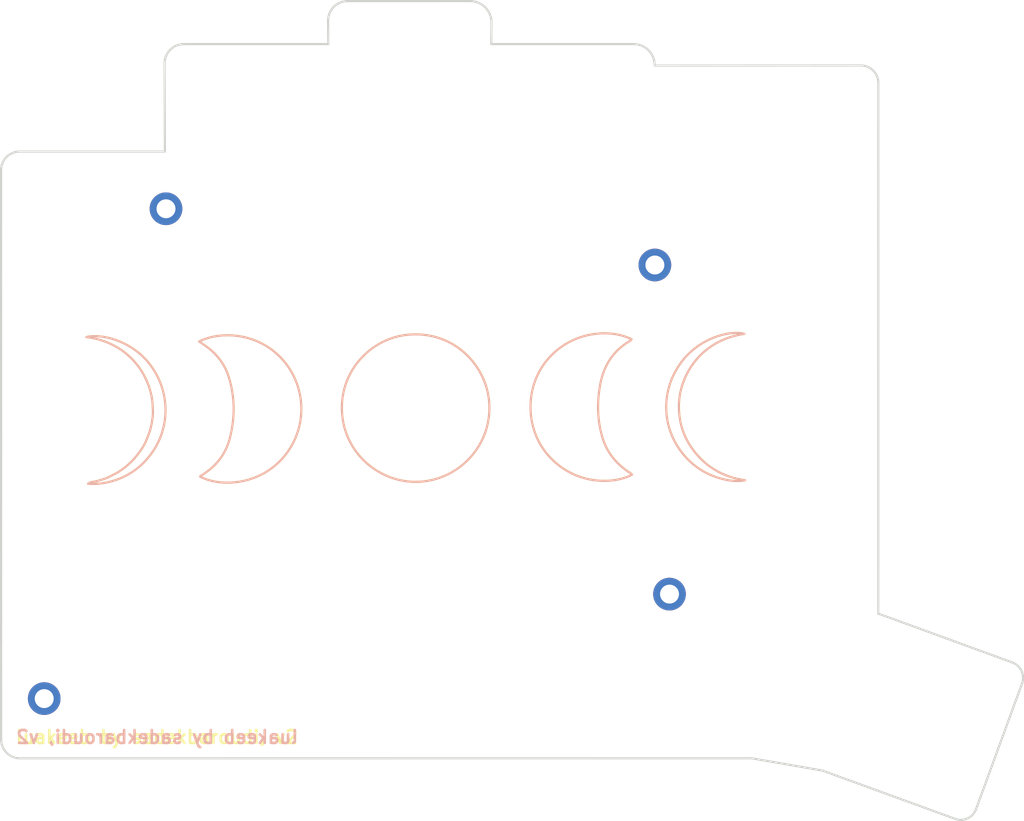
<source format=kicad_pcb>
(kicad_pcb (version 20171130) (host pcbnew "(5.1.10)-1")

  (general
    (thickness 1.6)
    (drawings 127)
    (tracks 0)
    (zones 0)
    (modules 4)
    (nets 1)
  )

  (page A4)
  (layers
    (0 F.Cu signal)
    (31 B.Cu signal)
    (32 B.Adhes user)
    (33 F.Adhes user)
    (34 B.Paste user)
    (35 F.Paste user)
    (36 B.SilkS user)
    (37 F.SilkS user)
    (38 B.Mask user)
    (39 F.Mask user)
    (40 Dwgs.User user)
    (41 Cmts.User user)
    (42 Eco1.User user)
    (43 Eco2.User user)
    (44 Edge.Cuts user)
    (45 Margin user)
    (46 B.CrtYd user)
    (47 F.CrtYd user)
    (48 B.Fab user)
    (49 F.Fab user)
  )

  (setup
    (last_trace_width 0.254)
    (trace_clearance 0.2)
    (zone_clearance 0.508)
    (zone_45_only no)
    (trace_min 0.2)
    (via_size 0.8)
    (via_drill 0.4)
    (via_min_size 0.4)
    (via_min_drill 0.3)
    (uvia_size 0.3)
    (uvia_drill 0.1)
    (uvias_allowed no)
    (uvia_min_size 0.2)
    (uvia_min_drill 0.1)
    (edge_width 0.05)
    (segment_width 0.2)
    (pcb_text_width 0.3)
    (pcb_text_size 1.5 1.5)
    (mod_edge_width 0.12)
    (mod_text_size 1 1)
    (mod_text_width 0.15)
    (pad_size 1.524 1.524)
    (pad_drill 0.762)
    (pad_to_mask_clearance 0)
    (aux_axis_origin 0 0)
    (grid_origin 145.852593 65.458404)
    (visible_elements 7FFFFFFF)
    (pcbplotparams
      (layerselection 0x010fc_ffffffff)
      (usegerberextensions false)
      (usegerberattributes true)
      (usegerberadvancedattributes true)
      (creategerberjobfile true)
      (excludeedgelayer true)
      (linewidth 0.100000)
      (plotframeref false)
      (viasonmask false)
      (mode 1)
      (useauxorigin false)
      (hpglpennumber 1)
      (hpglpenspeed 20)
      (hpglpendiameter 15.000000)
      (psnegative false)
      (psa4output false)
      (plotreference true)
      (plotvalue true)
      (plotinvisibletext false)
      (padsonsilk false)
      (subtractmaskfromsilk false)
      (outputformat 1)
      (mirror false)
      (drillshape 0)
      (scaleselection 1)
      (outputdirectory "gerbers/"))
  )

  (net 0 "")

  (net_class Default "This is the default net class."
    (clearance 0.2)
    (trace_width 0.254)
    (via_dia 0.8)
    (via_drill 0.4)
    (uvia_dia 0.3)
    (uvia_drill 0.1)
  )

  (net_class Power ""
    (clearance 0.2)
    (trace_width 0.381)
    (via_dia 0.8)
    (via_drill 0.4)
    (uvia_dia 0.3)
    (uvia_drill 0.1)
  )

  (module MountingHole:MountingHole_2.2mm_M2_DIN965_Pad (layer F.Cu) (tedit 56D1B4CB) (tstamp 61821F1C)
    (at 56.477588 112.136485)
    (descr "Mounting Hole 2.2mm, M2, DIN965")
    (tags "mounting hole 2.2mm m2 din965")
    (attr virtual)
    (fp_text reference "" (at 0 -4.2) (layer F.SilkS)
      (effects (font (size 1 1) (thickness 0.15)))
    )
    (fp_text value "" (at 0 4.2) (layer F.Fab)
      (effects (font (size 1 1) (thickness 0.15)))
    )
    (fp_circle (center 0 0) (end 1.9 0) (layer Cmts.User) (width 0.15))
    (fp_circle (center 0 0) (end 2.15 0) (layer F.CrtYd) (width 0.05))
    (fp_text user %R (at 0.3 0) (layer F.Fab)
      (effects (font (size 1 1) (thickness 0.15)))
    )
    (pad 1 thru_hole circle (at 0 0) (size 3.8 3.8) (drill 2.2) (layers *.Cu *.Mask))
  )

  (module MountingHole:MountingHole_2.2mm_M2_DIN965_Pad (layer F.Cu) (tedit 56D1B4CB) (tstamp 61821F1C)
    (at 70.637589 55.176487)
    (descr "Mounting Hole 2.2mm, M2, DIN965")
    (tags "mounting hole 2.2mm m2 din965")
    (attr virtual)
    (fp_text reference "" (at 0 -4.2) (layer F.SilkS)
      (effects (font (size 1 1) (thickness 0.15)))
    )
    (fp_text value "" (at 0 4.2) (layer F.Fab)
      (effects (font (size 1 1) (thickness 0.15)))
    )
    (fp_circle (center 0 0) (end 1.9 0) (layer Cmts.User) (width 0.15))
    (fp_circle (center 0 0) (end 2.15 0) (layer F.CrtYd) (width 0.05))
    (fp_text user %R (at 0.3 0) (layer F.Fab)
      (effects (font (size 1 1) (thickness 0.15)))
    )
    (pad 1 thru_hole circle (at 0 0) (size 3.8 3.8) (drill 2.2) (layers *.Cu *.Mask))
  )

  (module MountingHole:MountingHole_2.2mm_M2_DIN965_Pad (layer F.Cu) (tedit 56D1B4CB) (tstamp 61821F1C)
    (at 127.487585 61.716488)
    (descr "Mounting Hole 2.2mm, M2, DIN965")
    (tags "mounting hole 2.2mm m2 din965")
    (attr virtual)
    (fp_text reference "" (at 0 -4.2) (layer F.SilkS)
      (effects (font (size 1 1) (thickness 0.15)))
    )
    (fp_text value "" (at 0 4.2) (layer F.Fab)
      (effects (font (size 1 1) (thickness 0.15)))
    )
    (fp_circle (center 0 0) (end 1.9 0) (layer Cmts.User) (width 0.15))
    (fp_circle (center 0 0) (end 2.15 0) (layer F.CrtYd) (width 0.05))
    (fp_text user %R (at 0.3 0) (layer F.Fab)
      (effects (font (size 1 1) (thickness 0.15)))
    )
    (pad 1 thru_hole circle (at 0 0) (size 3.8 3.8) (drill 2.2) (layers *.Cu *.Mask))
  )

  (module MountingHole:MountingHole_2.2mm_M2_DIN965_Pad (layer F.Cu) (tedit 56D1B4CB) (tstamp 61821E14)
    (at 129.187674 99.986757)
    (descr "Mounting Hole 2.2mm, M2, DIN965")
    (tags "mounting hole 2.2mm m2 din965")
    (attr virtual)
    (fp_text reference "" (at 0 -4.2) (layer F.SilkS)
      (effects (font (size 1 1) (thickness 0.15)))
    )
    (fp_text value "" (at 0 4.2) (layer F.Fab)
      (effects (font (size 1 1) (thickness 0.15)))
    )
    (fp_circle (center 0 0) (end 1.9 0) (layer Cmts.User) (width 0.15))
    (fp_circle (center 0 0) (end 2.15 0) (layer F.CrtYd) (width 0.05))
    (fp_text user %R (at 0.3 0) (layer F.Fab)
      (effects (font (size 1 1) (thickness 0.15)))
    )
    (pad 1 thru_hole circle (at 0 0) (size 3.8 3.8) (drill 2.2) (layers *.Cu *.Mask))
  )

  (gr_line (start 153.468572 40.564492) (end 153.465493 102.254504) (layer Edge.Cuts) (width 0.25) (tstamp 61B387A6))
  (gr_curve (pts (xy 151.446193 38.513204) (xy 152.570192 38.513204) (xy 153.481396 39.424342) (xy 153.468572 40.564492)) (layer Edge.Cuts) (width 0.25) (tstamp 61B387A5))
  (gr_line (start 169.048393 107.931404) (end 153.465493 102.254504) (layer Edge.Cuts) (width 0.25) (tstamp 61B387A4))
  (gr_curve (pts (xy 130.565197 73.019966) (xy 132.615718 70.241841) (xy 136.147905 69.249654) (xy 137.894155 69.712675)) (layer F.SilkS) (width 0.25))
  (gr_line (start 137.894155 69.712675) (end 137.894155 69.712675) (layer F.SilkS) (width 0.25))
  (gr_curve (pts (xy 130.710718 83.6033) (xy 128.263322 80.547362) (xy 128.157489 76.247883) (xy 130.565197 73.019966)) (layer F.SilkS) (width 0.25))
  (gr_line (start 61.403114 70.083091) (end 61.403114 70.083091) (layer F.SilkS) (width 0.25))
  (gr_line (start 124.770822 70.334445) (end 124.770822 70.334445) (layer F.SilkS) (width 0.25))
  (gr_curve (pts (xy 137.894155 69.712675) (xy 132.721551 70.493195) (xy 130.51228 74.567779) (xy 130.313843 77.584029)) (layer F.SilkS) (width 0.25))
  (gr_curve (pts (xy 67.779572 83.166737) (xy 68.017697 82.822779) (xy 68.216135 82.452362) (xy 68.374885 82.055487)) (layer F.SilkS) (width 0.25))
  (gr_curve (pts (xy 66.112697 85.045279) (xy 66.430197 84.767466) (xy 66.734468 84.476425) (xy 67.01228 84.158925)) (layer F.SilkS) (width 0.25))
  (gr_curve (pts (xy 114.901864 72.834758) (xy 117.851967 69.236425) (xy 122.482176 69.14382) (xy 124.770822 70.334445)) (layer F.SilkS) (width 0.25))
  (gr_curve (pts (xy 124.400405 85.746425) (xy 124.545926 85.852258) (xy 124.744364 85.905175) (xy 124.836968 86.090383)) (layer F.SilkS) (width 0.25))
  (gr_curve (pts (xy 135.28801 86.566633) (xy 133.435926 86.090383) (xy 131.901343 85.098195) (xy 130.710718 83.6033)) (layer F.SilkS) (width 0.25))
  (gr_curve (pts (xy 132.324676 83.682675) (xy 133.793114 85.428925) (xy 135.724572 86.407883) (xy 137.98676 86.738612)) (layer F.SilkS) (width 0.25))
  (gr_curve (pts (xy 61.588322 87.135487) (xy 61.93228 86.884133) (xy 62.355614 86.92382) (xy 62.73926 86.804758)) (layer F.SilkS) (width 0.25))
  (gr_curve (pts (xy 64.763322 86.725383) (xy 63.731447 87.069341) (xy 62.673114 87.24132) (xy 61.588322 87.135487)) (layer F.SilkS) (width 0.25))
  (gr_line (start 74.605822 86.30205) (end 74.605822 86.30205) (layer F.SilkS) (width 0.25))
  (gr_curve (pts (xy 69.102489 83.418091) (xy 68.017697 84.992362) (xy 66.575718 86.116841) (xy 64.763322 86.725383)) (layer F.SilkS) (width 0.25))
  (gr_curve (pts (xy 124.836968 86.090383) (xy 122.627697 87.267779) (xy 118.116551 87.307466) (xy 115.073843 83.814966)) (layer F.SilkS) (width 0.25))
  (gr_curve (pts (xy 68.732072 73.205175) (xy 71.245614 76.44632) (xy 71.060405 80.58705) (xy 69.102489 83.418091)) (layer F.SilkS) (width 0.25))
  (gr_curve (pts (xy 61.403114 70.083091) (xy 63.440405 69.62007) (xy 66.813843 70.718091) (xy 68.732072 73.205175)) (layer F.SilkS) (width 0.25))
  (gr_curve (pts (xy 115.073843 83.814966) (xy 112.42801 80.772258) (xy 112.348635 75.9833) (xy 114.901864 72.834758)) (layer F.SilkS) (width 0.25))
  (gr_curve (pts (xy 137.98676 86.738612) (xy 137.060718 86.93705) (xy 136.174364 86.791529) (xy 135.28801 86.566633)) (layer F.SilkS) (width 0.25))
  (gr_curve (pts (xy 130.313843 77.584029) (xy 130.168322 79.885904) (xy 130.84301 81.936425) (xy 132.324676 83.682675)) (layer F.SilkS) (width 0.25))
  (gr_curve (pts (xy 67.01228 84.158925) (xy 67.290093 83.841425) (xy 67.541447 83.497466) (xy 67.779572 83.166737)) (layer F.SilkS) (width 0.25))
  (gr_curve (pts (xy 69.115718 78.338091) (xy 69.08926 77.914758) (xy 69.07603 77.491425) (xy 68.996655 77.08132)) (layer F.SilkS) (width 0.25))
  (gr_curve (pts (xy 69.07603 79.594862) (xy 69.142176 79.171529) (xy 69.142176 78.761425) (xy 69.115718 78.338091)) (layer F.SilkS) (width 0.25))
  (gr_curve (pts (xy 62.73926 86.804758) (xy 63.136135 86.672466) (xy 63.546239 86.579862) (xy 63.929885 86.394654)) (layer F.SilkS) (width 0.25))
  (gr_curve (pts (xy 68.374885 82.055487) (xy 68.533635 81.671841) (xy 68.692385 81.274966) (xy 68.811447 80.878091)) (layer F.SilkS) (width 0.25))
  (gr_curve (pts (xy 65.094051 85.786112) (xy 65.451239 85.561216) (xy 65.795197 85.323091) (xy 66.112697 85.045279)) (layer F.SilkS) (width 0.25))
  (gr_curve (pts (xy 121.450301 81.923195) (xy 121.966239 83.550383) (xy 123.011343 84.793925) (xy 124.400405 85.746425)) (layer F.SilkS) (width 0.25))
  (gr_curve (pts (xy 68.996655 77.08132) (xy 68.321968 73.562362) (xy 65.623218 70.625487) (xy 61.403114 70.083091)) (layer F.SilkS) (width 0.25))
  (gr_curve (pts (xy 63.929885 86.394654) (xy 64.32676 86.196216) (xy 64.723635 86.011008) (xy 65.094051 85.786112)) (layer F.SilkS) (width 0.25))
  (gr_curve (pts (xy 68.811447 80.878091) (xy 68.93051 80.454758) (xy 69.009885 80.018195) (xy 69.07603 79.594862)) (layer F.SilkS) (width 0.25))
  (gr_curve (pts (xy 77.952801 74.739758) (xy 77.48978 73.27132) (xy 76.603426 72.093925) (xy 75.359885 71.194341)) (layer F.SilkS) (width 0.25))
  (gr_curve (pts (xy 121.14603 75.586425) (xy 120.749155 77.71632) (xy 120.788843 79.846216) (xy 121.450301 81.923195)) (layer F.SilkS) (width 0.25))
  (gr_curve (pts (xy 124.532697 70.57257) (xy 122.614468 71.710279) (xy 121.542905 73.4433) (xy 121.14603 75.586425)) (layer F.SilkS) (width 0.25))
  (gr_curve (pts (xy 124.770822 70.334445) (xy 124.744364 70.466737) (xy 124.63853 70.506425) (xy 124.532697 70.57257)) (layer F.SilkS) (width 0.25))
  (gr_curve (pts (xy 78.085093 81.804133) (xy 78.680405 79.436112) (xy 78.680405 77.08132) (xy 77.952801 74.739758)) (layer F.SilkS) (width 0.25))
  (gr_curve (pts (xy 74.605822 86.30205) (xy 74.94978 86.063925) (xy 75.254051 85.865487) (xy 75.545093 85.640591)) (layer F.SilkS) (width 0.25))
  (gr_line (start 91.102593 78.298404) (end 91.102593 78.298404) (layer F.SilkS) (width 0.25))
  (gr_curve (pts (xy 84.236655 84.145695) (xy 81.29978 87.466216) (xy 76.775405 87.492675) (xy 74.605822 86.30205)) (layer F.SilkS) (width 0.25))
  (gr_curve (pts (xy 84.514468 73.072883) (xy 87.160301 76.406633) (xy 86.948635 81.076529) (xy 84.236655 84.145695)) (layer F.SilkS) (width 0.25))
  (gr_curve (pts (xy 74.513218 70.599029) (xy 77.145822 69.276112) (xy 81.749572 69.593612) (xy 84.514468 73.072883)) (layer F.SilkS) (width 0.25))
  (gr_curve (pts (xy 75.359885 71.194341) (xy 75.095301 70.995904) (xy 74.80426 70.810695) (xy 74.513218 70.599029)) (layer F.SilkS) (width 0.25))
  (gr_curve (pts (xy 75.545093 85.640591) (xy 76.841551 84.661633) (xy 77.688218 83.365175) (xy 78.085093 81.804133)) (layer F.SilkS) (width 0.25))
  (gr_curve (pts (xy 100.151343 86.910591) (xy 95.507905 87.175175) (xy 91.089364 83.497466) (xy 91.102593 78.298404)) (layer F.SilkS) (width 0.25))
  (gr_curve (pts (xy 108.234364 77.71632) (xy 108.578322 82.677258) (xy 104.728635 86.659237) (xy 100.151343 86.910591)) (layer F.SilkS) (width 0.25))
  (gr_curve (pts (xy 99.066551 69.79205) (xy 104.292072 69.448091) (xy 107.956551 73.509445) (xy 108.234364 77.71632)) (layer F.SilkS) (width 0.25))
  (gr_curve (pts (xy 91.102593 78.298404) (xy 91.076135 73.853404) (xy 94.608322 70.069862) (xy 99.066551 69.79205)) (layer F.SilkS) (width 0.25))
  (gr_curve (pts (xy 130.54978 73.031737) (xy 132.600301 70.253612) (xy 136.132488 69.261425) (xy 137.878738 69.724446)) (layer B.SilkS) (width 0.25))
  (gr_curve (pts (xy 69.100301 78.349862) (xy 69.073843 77.926529) (xy 69.060613 77.503196) (xy 68.981238 77.093091)) (layer B.SilkS) (width 0.25))
  (gr_line (start 124.755405 70.346216) (end 124.755405 70.346216) (layer B.SilkS) (width 0.25))
  (gr_curve (pts (xy 67.764155 83.178508) (xy 68.00228 82.83455) (xy 68.200718 82.464133) (xy 68.359468 82.067258)) (layer B.SilkS) (width 0.25))
  (gr_curve (pts (xy 61.572905 87.147258) (xy 61.916863 86.895904) (xy 62.340197 86.935591) (xy 62.723843 86.816529)) (layer B.SilkS) (width 0.25))
  (gr_curve (pts (xy 62.723843 86.816529) (xy 63.120718 86.684237) (xy 63.530822 86.591633) (xy 63.914468 86.406425)) (layer B.SilkS) (width 0.25))
  (gr_curve (pts (xy 121.434884 81.934966) (xy 121.950822 83.562154) (xy 122.995926 84.805696) (xy 124.384988 85.758196)) (layer B.SilkS) (width 0.25))
  (gr_curve (pts (xy 74.590405 86.313821) (xy 74.934363 86.075696) (xy 75.238634 85.877258) (xy 75.529676 85.652362)) (layer B.SilkS) (width 0.25))
  (gr_curve (pts (xy 69.087072 83.429862) (xy 68.00228 85.004133) (xy 66.560301 86.128612) (xy 64.747905 86.737154)) (layer B.SilkS) (width 0.25))
  (gr_curve (pts (xy 124.51728 70.584341) (xy 122.599051 71.72205) (xy 121.527488 73.455071) (xy 121.130613 75.598196)) (layer B.SilkS) (width 0.25))
  (gr_curve (pts (xy 108.218947 77.728091) (xy 108.562905 82.689029) (xy 104.713218 86.671008) (xy 100.135926 86.922362)) (layer B.SilkS) (width 0.25))
  (gr_curve (pts (xy 84.499051 73.084654) (xy 87.144884 76.418404) (xy 86.933218 81.0883) (xy 84.221238 84.157466)) (layer B.SilkS) (width 0.25))
  (gr_curve (pts (xy 64.747905 86.737154) (xy 63.71603 87.081112) (xy 62.657697 87.253091) (xy 61.572905 87.147258)) (layer B.SilkS) (width 0.25))
  (gr_curve (pts (xy 84.221238 84.157466) (xy 81.284363 87.477987) (xy 76.759988 87.504446) (xy 74.590405 86.313821)) (layer B.SilkS) (width 0.25))
  (gr_curve (pts (xy 68.79603 80.889862) (xy 68.915093 80.466529) (xy 68.994468 80.029966) (xy 69.060613 79.606633)) (layer B.SilkS) (width 0.25))
  (gr_curve (pts (xy 61.387697 70.094862) (xy 63.424988 69.631841) (xy 66.798426 70.729862) (xy 68.716655 73.216946)) (layer B.SilkS) (width 0.25))
  (gr_curve (pts (xy 130.695301 83.615071) (xy 128.247905 80.559133) (xy 128.142072 76.259654) (xy 130.54978 73.031737)) (layer B.SilkS) (width 0.25))
  (gr_curve (pts (xy 69.060613 79.606633) (xy 69.126759 79.1833) (xy 69.126759 78.773196) (xy 69.100301 78.349862)) (layer B.SilkS) (width 0.25))
  (gr_curve (pts (xy 63.914468 86.406425) (xy 64.311343 86.207987) (xy 64.708218 86.022779) (xy 65.078634 85.797883)) (layer B.SilkS) (width 0.25))
  (gr_curve (pts (xy 124.384988 85.758196) (xy 124.530509 85.864029) (xy 124.728947 85.916946) (xy 124.821551 86.102154)) (layer B.SilkS) (width 0.25))
  (gr_curve (pts (xy 75.529676 85.652362) (xy 76.826134 84.673404) (xy 77.672801 83.376946) (xy 78.069676 81.815904)) (layer B.SilkS) (width 0.25))
  (gr_curve (pts (xy 132.309259 83.694446) (xy 133.777697 85.440696) (xy 135.709155 86.419654) (xy 137.971343 86.750383)) (layer B.SilkS) (width 0.25))
  (gr_curve (pts (xy 130.298426 77.5958) (xy 130.152905 79.897675) (xy 130.827593 81.948196) (xy 132.309259 83.694446)) (layer B.SilkS) (width 0.25))
  (gr_curve (pts (xy 66.09728 85.05705) (xy 66.41478 84.779237) (xy 66.719051 84.488196) (xy 66.996863 84.170696)) (layer B.SilkS) (width 0.25))
  (gr_curve (pts (xy 66.996863 84.170696) (xy 67.274676 83.853196) (xy 67.52603 83.509237) (xy 67.764155 83.178508)) (layer B.SilkS) (width 0.25))
  (gr_curve (pts (xy 137.971343 86.750383) (xy 137.045301 86.948821) (xy 136.158947 86.8033) (xy 135.272593 86.578404)) (layer B.SilkS) (width 0.25))
  (gr_line (start 74.590405 86.313821) (end 74.590405 86.313821) (layer B.SilkS) (width 0.25))
  (gr_curve (pts (xy 121.130613 75.598196) (xy 120.733738 77.728091) (xy 120.773426 79.857987) (xy 121.434884 81.934966)) (layer B.SilkS) (width 0.25))
  (gr_curve (pts (xy 74.497801 70.6108) (xy 77.130405 69.287883) (xy 81.734155 69.605383) (xy 84.499051 73.084654)) (layer B.SilkS) (width 0.25))
  (gr_curve (pts (xy 100.135926 86.922362) (xy 95.492488 87.186946) (xy 91.073947 83.509237) (xy 91.087176 78.310175)) (layer B.SilkS) (width 0.25))
  (gr_line (start 137.878738 69.724446) (end 137.878738 69.724446) (layer B.SilkS) (width 0.25))
  (gr_curve (pts (xy 68.981238 77.093091) (xy 68.306551 73.574133) (xy 65.607801 70.637258) (xy 61.387697 70.094862)) (layer B.SilkS) (width 0.25))
  (gr_curve (pts (xy 68.359468 82.067258) (xy 68.518218 81.683612) (xy 68.676968 81.286737) (xy 68.79603 80.889862)) (layer B.SilkS) (width 0.25))
  (gr_curve (pts (xy 65.078634 85.797883) (xy 65.435822 85.572987) (xy 65.77978 85.334862) (xy 66.09728 85.05705)) (layer B.SilkS) (width 0.25))
  (gr_curve (pts (xy 68.716655 73.216946) (xy 71.230197 76.458091) (xy 71.044988 80.598821) (xy 69.087072 83.429862)) (layer B.SilkS) (width 0.25))
  (gr_curve (pts (xy 114.886447 72.846529) (xy 117.83655 69.248196) (xy 122.466759 69.155591) (xy 124.755405 70.346216)) (layer B.SilkS) (width 0.25))
  (gr_curve (pts (xy 115.058426 83.826737) (xy 112.412593 80.784029) (xy 112.333218 75.995071) (xy 114.886447 72.846529)) (layer B.SilkS) (width 0.25))
  (gr_curve (pts (xy 124.755405 70.346216) (xy 124.728947 70.478508) (xy 124.623113 70.518196) (xy 124.51728 70.584341)) (layer B.SilkS) (width 0.25))
  (gr_line (start 91.087176 78.310175) (end 91.087176 78.310175) (layer B.SilkS) (width 0.25))
  (gr_curve (pts (xy 99.051134 69.803821) (xy 104.276655 69.459862) (xy 107.941134 73.521216) (xy 108.218947 77.728091)) (layer B.SilkS) (width 0.25))
  (gr_curve (pts (xy 77.937384 74.751529) (xy 77.474363 73.283091) (xy 76.588009 72.105696) (xy 75.344468 71.206112)) (layer B.SilkS) (width 0.25))
  (gr_curve (pts (xy 75.344468 71.206112) (xy 75.079884 71.007675) (xy 74.788843 70.822466) (xy 74.497801 70.6108)) (layer B.SilkS) (width 0.25))
  (gr_line (start 61.387697 70.094862) (end 61.387697 70.094862) (layer B.SilkS) (width 0.25))
  (gr_curve (pts (xy 137.878738 69.724446) (xy 132.706134 70.504966) (xy 130.496863 74.57955) (xy 130.298426 77.5958)) (layer B.SilkS) (width 0.25))
  (gr_curve (pts (xy 124.821551 86.102154) (xy 122.61228 87.27955) (xy 118.101134 87.319237) (xy 115.058426 83.826737)) (layer B.SilkS) (width 0.25))
  (gr_curve (pts (xy 91.087176 78.310175) (xy 91.060718 73.865175) (xy 94.592905 70.081633) (xy 99.051134 69.803821)) (layer B.SilkS) (width 0.25))
  (gr_curve (pts (xy 78.069676 81.815904) (xy 78.664988 79.447883) (xy 78.664988 77.093091) (xy 77.937384 74.751529)) (layer B.SilkS) (width 0.25))
  (gr_curve (pts (xy 135.272593 86.578404) (xy 133.420509 86.102154) (xy 131.885926 85.109966) (xy 130.695301 83.615071)) (layer B.SilkS) (width 0.25))
  (gr_text "luakeeb by sadekbaroudi, v2" (at 69.624393 116.609204) (layer B.SilkS) (tstamp 61B384BC)
    (effects (font (size 1.5 1.5) (thickness 0.3)) (justify mirror))
  )
  (gr_text "luakeeb by sadekbaroudi, v2" (at 69.573593 116.609204) (layer F.SilkS) (tstamp 61B384B9)
    (effects (font (size 1.5 1.5) (thickness 0.3)))
  )
  (gr_line (start 127.462596 38.525458) (end 151.446193 38.513204) (layer Edge.Cuts) (width 0.25) (tstamp 61A1B152))
  (gr_curve (pts (xy 52.107378 118.442147) (xy 51.696491 118.031238) (xy 51.465707 117.473922) (xy 51.465795 116.892833)) (layer Edge.Cuts) (width 0.25) (tstamp 61A1B14F))
  (gr_line (start 162.413393 126.126304) (end 146.983414 120.510248) (layer Edge.Cuts) (width 0.25) (tstamp 61A1B14A))
  (gr_line (start 146.983414 120.510248) (end 138.740593 119.076352) (layer Edge.Cuts) (width 0.25) (tstamp 61A1B148))
  (gr_line (start 138.740593 119.076352) (end 53.656647 119.083807) (layer Edge.Cuts) (width 0.25) (tstamp 61A1B146))
  (gr_line (start 51.465795 116.892833) (end 51.460425 50.682975) (layer Edge.Cuts) (width 0.25) (tstamp 61A1B145))
  (gr_curve (pts (xy 53.656647 119.083807) (xy 53.075559 119.083871) (xy 52.518255 118.85305) (xy 52.107378 118.442147)) (layer Edge.Cuts) (width 0.25) (tstamp 61A1B140))
  (gr_line (start 89.511871 36.027018) (end 89.484135 33.331526) (layer Edge.Cuts) (width 0.25) (tstamp 61A1B13F))
  (gr_line (start 70.511889 48.525643) (end 70.471881 38.284649) (layer Edge.Cuts) (width 0.25) (tstamp 61A1B13E))
  (gr_curve (pts (xy 106.005278 31.025537) (xy 106.667658 31.025516) (xy 107.30254 31.290364) (xy 107.768538 31.761096)) (layer Edge.Cuts) (width 0.25) (tstamp 61A1B13D))
  (gr_curve (pts (xy 126.761564 36.762361) (xy 127.222694 37.232854) (xy 127.475073 37.869129) (xy 127.461814 38.527787)) (layer Edge.Cuts) (width 0.25) (tstamp 61A1B13B))
  (gr_line (start 72.720645 36.027071) (end 89.511871 36.027018) (layer Edge.Cuts) (width 0.25) (tstamp 61A1B13A))
  (gr_curve (pts (xy 71.127405 36.688835) (xy 71.549388 36.265206) (xy 72.122705 36.027067) (xy 72.720645 36.027071)) (layer Edge.Cuts) (width 0.25) (tstamp 61A1B139))
  (gr_line (start 91.765892 31.026073) (end 106.005278 31.025537) (layer Edge.Cuts) (width 0.25) (tstamp 61A1B136))
  (gr_curve (pts (xy 51.460425 50.682975) (xy 51.46053 49.491857) (xy 52.426121 48.526319) (xy 53.617224 48.526272)) (layer Edge.Cuts) (width 0.25) (tstamp 61A1B135))
  (gr_line (start 108.486229 33.531712) (end 108.460889 36.027407) (layer Edge.Cuts) (width 0.25) (tstamp 61A1B132))
  (gr_curve (pts (xy 125.010556 36.02679) (xy 125.669347 36.026759) (xy 126.300428 36.291867) (xy 126.761564 36.762361)) (layer Edge.Cuts) (width 0.25) (tstamp 61A1B131))
  (gr_curve (pts (xy 107.768538 31.761096) (xy 108.234539 32.231831) (xy 108.492955 32.869372) (xy 108.486229 33.531712)) (layer Edge.Cuts) (width 0.25) (tstamp 61A1B130))
  (gr_curve (pts (xy 90.144071 31.702802) (xy 90.572656 31.269764) (xy 91.156625 31.026097) (xy 91.765892 31.026073)) (layer Edge.Cuts) (width 0.25) (tstamp 61A1B12F))
  (gr_curve (pts (xy 70.471881 38.284649) (xy 70.469542 37.686721) (xy 70.705435 37.112471) (xy 71.127405 36.688835)) (layer Edge.Cuts) (width 0.25) (tstamp 61A1B12E))
  (gr_line (start 108.460889 36.027407) (end 125.010556 36.02679) (layer Edge.Cuts) (width 0.25) (tstamp 61A1B12D))
  (gr_curve (pts (xy 89.484135 33.331526) (xy 89.477863 32.722285) (xy 89.715482 32.135838) (xy 90.144071 31.702802)) (layer Edge.Cuts) (width 0.25) (tstamp 61A1B12C))
  (gr_line (start 53.617224 48.526272) (end 70.511889 48.525643) (layer Edge.Cuts) (width 0.25) (tstamp 61A1B12B))
  (gr_line (start 164.836161 124.9926) (end 170.189197 110.362672) (layer Edge.Cuts) (width 0.25) (tstamp 61A1D0DF))
  (gr_curve (pts (xy 169.055493 107.939904) (xy 170.036565 108.296985) (xy 170.543651 109.380647) (xy 170.189197 110.362672)) (layer Edge.Cuts) (width 0.25) (tstamp 61A1D0C8))
  (gr_curve (pts (xy 164.836161 124.9926) (xy 164.47908 125.973672) (xy 163.395418 126.480758) (xy 162.413393 126.126304)) (layer Edge.Cuts) (width 0.25) (tstamp 61A1D0C8))

)

</source>
